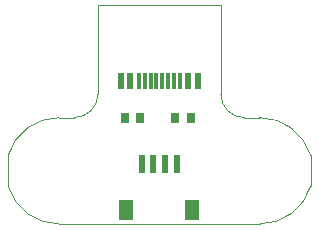
<source format=gtp>
G04*
G04 #@! TF.GenerationSoftware,Altium Limited,Altium Designer,21.3.2 (30)*
G04*
G04 Layer_Color=8421504*
%FSLAX43Y43*%
%MOMM*%
G71*
G04*
G04 #@! TF.SameCoordinates,DDF0AE4A-8618-4426-8A3D-72610EC7A679*
G04*
G04*
G04 #@! TF.FilePolarity,Positive*
G04*
G01*
G75*
%ADD11C,0.100*%
%ADD12R,0.300X1.450*%
%ADD13R,0.600X1.450*%
%ADD14R,1.200X1.800*%
%ADD15R,0.600X1.550*%
%ADD16R,0.800X0.850*%
D11*
X102500Y110500D02*
G03*
X98200Y107327I0J-4500D01*
G01*
X119500Y101500D02*
G03*
X123800Y104673I0J4500D01*
G01*
Y107327D02*
G03*
X119500Y110500I-4300J-1327D01*
G01*
X98200Y104673D02*
G03*
X102500Y101500I4300J1327D01*
G01*
X116200Y112500D02*
G03*
X118200Y110500I2000J0D01*
G01*
X103800D02*
G03*
X105800Y112500I0J2000D01*
G01*
X118200Y110500D02*
X119500D01*
X123800Y104673D02*
Y107327D01*
X102500Y110500D02*
X103800D01*
X116200Y112500D02*
Y120000D01*
X102500Y101500D02*
X119500D01*
X98200Y104673D02*
Y107327D01*
X105800Y112500D02*
Y120000D01*
X116200D01*
D12*
X110750Y113600D02*
D03*
X111750D02*
D03*
X111250D02*
D03*
X110250D02*
D03*
X109750D02*
D03*
X112250D02*
D03*
X112750D02*
D03*
X109250D02*
D03*
D13*
X113450D02*
D03*
X108550D02*
D03*
X114250D02*
D03*
X107750D02*
D03*
D14*
X113800Y102700D02*
D03*
X108200D02*
D03*
D15*
X112500Y106575D02*
D03*
X111500D02*
D03*
X110500D02*
D03*
X109500D02*
D03*
D16*
X108050Y110500D02*
D03*
X109350D02*
D03*
X112350D02*
D03*
X113650D02*
D03*
M02*

</source>
